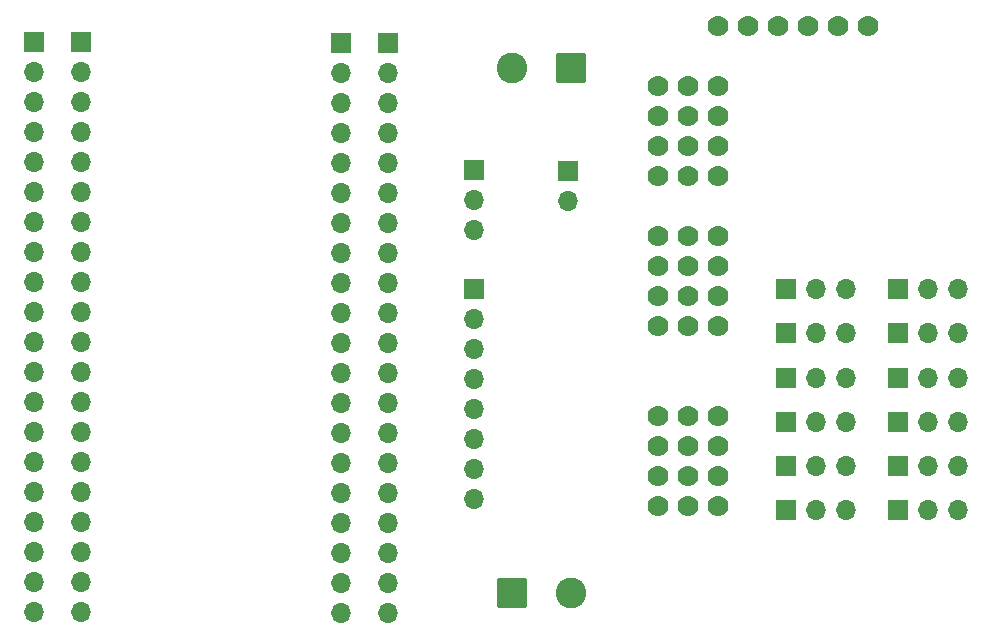
<source format=gbr>
%TF.GenerationSoftware,KiCad,Pcbnew,9.0.0*%
%TF.CreationDate,2025-03-26T16:29:40-04:00*%
%TF.ProjectId,spotmicro22mm,73706f74-6d69-4637-926f-32326d6d2e6b,rev?*%
%TF.SameCoordinates,Original*%
%TF.FileFunction,Soldermask,Bot*%
%TF.FilePolarity,Negative*%
%FSLAX46Y46*%
G04 Gerber Fmt 4.6, Leading zero omitted, Abs format (unit mm)*
G04 Created by KiCad (PCBNEW 9.0.0) date 2025-03-26 16:29:40*
%MOMM*%
%LPD*%
G01*
G04 APERTURE LIST*
G04 Aperture macros list*
%AMRoundRect*
0 Rectangle with rounded corners*
0 $1 Rounding radius*
0 $2 $3 $4 $5 $6 $7 $8 $9 X,Y pos of 4 corners*
0 Add a 4 corners polygon primitive as box body*
4,1,4,$2,$3,$4,$5,$6,$7,$8,$9,$2,$3,0*
0 Add four circle primitives for the rounded corners*
1,1,$1+$1,$2,$3*
1,1,$1+$1,$4,$5*
1,1,$1+$1,$6,$7*
1,1,$1+$1,$8,$9*
0 Add four rect primitives between the rounded corners*
20,1,$1+$1,$2,$3,$4,$5,0*
20,1,$1+$1,$4,$5,$6,$7,0*
20,1,$1+$1,$6,$7,$8,$9,0*
20,1,$1+$1,$8,$9,$2,$3,0*%
G04 Aperture macros list end*
%ADD10R,1.700000X1.700000*%
%ADD11O,1.700000X1.700000*%
%ADD12RoundRect,0.250000X1.050000X1.050000X-1.050000X1.050000X-1.050000X-1.050000X1.050000X-1.050000X0*%
%ADD13C,2.600000*%
%ADD14RoundRect,0.250000X-1.050000X-1.050000X1.050000X-1.050000X1.050000X1.050000X-1.050000X1.050000X0*%
%ADD15C,1.778000*%
G04 APERTURE END LIST*
D10*
%TO.C,J9*%
X146170000Y-88000000D03*
D11*
X148710000Y-88000000D03*
X151250000Y-88000000D03*
%TD*%
D10*
%TO.C,J14*%
X86500000Y-63360000D03*
D11*
X86500000Y-65900000D03*
X86500000Y-68440000D03*
X86500000Y-70980000D03*
X86500000Y-73520000D03*
X86500000Y-76060000D03*
X86500000Y-78600000D03*
X86500000Y-81140000D03*
X86500000Y-83680000D03*
X86500000Y-86220000D03*
X86500000Y-88760000D03*
X86500000Y-91300000D03*
X86500000Y-93840000D03*
X86500000Y-96380000D03*
X86500000Y-98920000D03*
X86500000Y-101460000D03*
X86500000Y-104000000D03*
X86500000Y-106540000D03*
X86500000Y-109080000D03*
X86500000Y-111620000D03*
%TD*%
D10*
%TO.C,J6*%
X155670000Y-99250000D03*
D11*
X158210000Y-99250000D03*
X160750000Y-99250000D03*
%TD*%
D10*
%TO.C,J18*%
X127750000Y-74250000D03*
D11*
X127750000Y-76790000D03*
%TD*%
D12*
%TO.C,J21*%
X127993453Y-65577500D03*
D13*
X122993453Y-65577500D03*
%TD*%
D10*
%TO.C,J4*%
X155670000Y-91750000D03*
D11*
X158210000Y-91750000D03*
X160750000Y-91750000D03*
%TD*%
D10*
%TO.C,J17*%
X112500000Y-63400000D03*
D11*
X112500000Y-65940000D03*
X112500000Y-68480000D03*
X112500000Y-71020000D03*
X112500000Y-73560000D03*
X112500000Y-76100000D03*
X112500000Y-78640000D03*
X112500000Y-81180000D03*
X112500000Y-83720000D03*
X112500000Y-86260000D03*
X112500000Y-88800000D03*
X112500000Y-91340000D03*
X112500000Y-93880000D03*
X112500000Y-96420000D03*
X112500000Y-98960000D03*
X112500000Y-101500000D03*
X112500000Y-104040000D03*
X112500000Y-106580000D03*
X112500000Y-109120000D03*
X112500000Y-111660000D03*
%TD*%
D10*
%TO.C,J13*%
X146170000Y-103000000D03*
D11*
X148710000Y-103000000D03*
X151250000Y-103000000D03*
%TD*%
D10*
%TO.C,J3*%
X155670000Y-88000000D03*
D11*
X158210000Y-88000000D03*
X160750000Y-88000000D03*
%TD*%
D10*
%TO.C,J15*%
X108500000Y-63400000D03*
D11*
X108500000Y-65940000D03*
X108500000Y-68480000D03*
X108500000Y-71020000D03*
X108500000Y-73560000D03*
X108500000Y-76100000D03*
X108500000Y-78640000D03*
X108500000Y-81180000D03*
X108500000Y-83720000D03*
X108500000Y-86260000D03*
X108500000Y-88800000D03*
X108500000Y-91340000D03*
X108500000Y-93880000D03*
X108500000Y-96420000D03*
X108500000Y-98960000D03*
X108500000Y-101500000D03*
X108500000Y-104040000D03*
X108500000Y-106580000D03*
X108500000Y-109120000D03*
X108500000Y-111660000D03*
%TD*%
D10*
%TO.C,J11*%
X146170000Y-95500000D03*
D11*
X148710000Y-95500000D03*
X151250000Y-95500000D03*
%TD*%
D14*
%TO.C,J1*%
X123000000Y-110000000D03*
D13*
X128000000Y-110000000D03*
%TD*%
D10*
%TO.C,J16*%
X82500000Y-63360000D03*
D11*
X82500000Y-65900000D03*
X82500000Y-68440000D03*
X82500000Y-70980000D03*
X82500000Y-73520000D03*
X82500000Y-76060000D03*
X82500000Y-78600000D03*
X82500000Y-81140000D03*
X82500000Y-83680000D03*
X82500000Y-86220000D03*
X82500000Y-88760000D03*
X82500000Y-91300000D03*
X82500000Y-93840000D03*
X82500000Y-96380000D03*
X82500000Y-98920000D03*
X82500000Y-101460000D03*
X82500000Y-104000000D03*
X82500000Y-106540000D03*
X82500000Y-109080000D03*
X82500000Y-111620000D03*
%TD*%
D10*
%TO.C,J8*%
X146170000Y-84250000D03*
D11*
X148710000Y-84250000D03*
X151250000Y-84250000D03*
%TD*%
D10*
%TO.C,J5*%
X155670000Y-95500000D03*
D11*
X158210000Y-95500000D03*
X160750000Y-95500000D03*
%TD*%
D10*
%TO.C,J10*%
X146170000Y-91750000D03*
D11*
X148710000Y-91750000D03*
X151250000Y-91750000D03*
%TD*%
D10*
%TO.C,J20*%
X119800000Y-84260000D03*
D11*
X119800000Y-86800000D03*
X119800000Y-89340000D03*
X119800000Y-91880000D03*
X119800000Y-94420000D03*
X119800000Y-96960000D03*
X119800000Y-99500000D03*
X119800000Y-102040000D03*
%TD*%
D10*
%TO.C,J12*%
X146170000Y-99250000D03*
D11*
X148710000Y-99250000D03*
X151250000Y-99250000D03*
%TD*%
D10*
%TO.C,J19*%
X119750000Y-74210000D03*
D11*
X119750000Y-76750000D03*
X119750000Y-79290000D03*
%TD*%
D10*
%TO.C,J7*%
X155670000Y-103000000D03*
D11*
X158210000Y-103000000D03*
X160750000Y-103000000D03*
%TD*%
D15*
%TO.C,U2*%
X140440000Y-67050000D03*
X140440000Y-69590000D03*
X140440000Y-72130000D03*
X140440000Y-74670000D03*
X140440000Y-79750000D03*
X140440000Y-82290000D03*
X140440000Y-84830000D03*
X140440000Y-87370000D03*
X140440000Y-94990000D03*
X140440000Y-97530000D03*
X140440000Y-100070000D03*
X140440000Y-102610000D03*
X153140000Y-61970000D03*
X135360000Y-67050000D03*
X135360000Y-69590000D03*
X135360000Y-72130000D03*
X135360000Y-74670000D03*
X135360000Y-79750000D03*
X135360000Y-82290000D03*
X135360000Y-84830000D03*
X135360000Y-87370000D03*
X135360000Y-94990000D03*
X135360000Y-97530000D03*
X135360000Y-100070000D03*
X135360000Y-102610000D03*
X150600000Y-61970000D03*
X148060000Y-61970000D03*
X145520000Y-61970000D03*
X140440000Y-61970000D03*
X137900000Y-67050000D03*
X137900000Y-69590000D03*
X137900000Y-72130000D03*
X137900000Y-74670000D03*
X137900000Y-79750000D03*
X137900000Y-82290000D03*
X137900000Y-84830000D03*
X137900000Y-87370000D03*
X137900000Y-94990000D03*
X137900000Y-97530000D03*
X137900000Y-100070000D03*
X137900000Y-102610000D03*
X142980000Y-61970000D03*
%TD*%
D10*
%TO.C,J2*%
X155670000Y-84250000D03*
D11*
X158210000Y-84250000D03*
X160750000Y-84250000D03*
%TD*%
M02*

</source>
